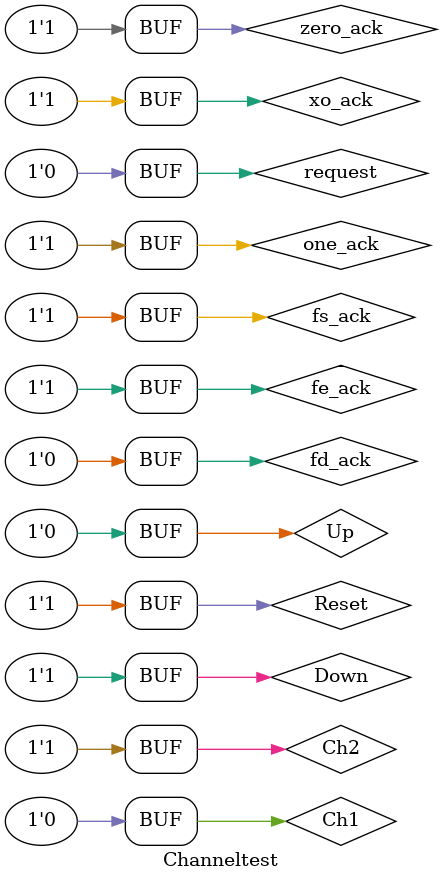
<source format=v>
`timescale 1ns / 1ps


module Channeltest;

	// Inputs
	reg Ch1;
	reg Ch2;
	reg request;
	reg Up;
	reg Down;
	reg Reset;
	reg fs_ack;
	reg fe_ack;
	reg xo_ack;
	reg one_ack;
	reg zero_ack;
	reg fd_ack;

	// Outputs
	wire bit0;
	wire bit1;

	// Instantiate the Unit Under Test (UUT)
	Channel uut (
		.Ch1(Ch1), 
		.Ch2(Ch2), 
		.request(request), 
		.Up(Up), 
		.Down(Down), 
		.Reset(Reset), 
		.fs_ack(fs_ack), 
		.fe_ack(fe_ack), 
		.xo_ack(xo_ack), 
		.one_ack(one_ack), 
		.zero_ack(zero_ack), 
		.fd_ack(fd_ack), 
		.bit0(bit0), 
		.bit1(bit1)
	);

	initial begin
		// Initialize Inputs
		Ch1 = 0;
		Ch2 = 0;
		request = 0;
		Up = 0;
		Down = 0;
		Reset = 0;
		fs_ack = 0;
		fe_ack = 0;
		xo_ack = 0;
		one_ack = 0;
		zero_ack = 0;
		fd_ack = 0;

		// Wait 100 ns for global reset to finish
		#100;
		Reset = 1;
		//fs_ack = 1;
		#100;
		Ch2 = 1;
		#100;
		Down = 1;
		#100;
		request = 1;
		#100;
		request = 0;
		#100;
		xo_ack = 1;
		#300;
		one_ack=1;
		#100;
		
		#100;
		
      #300;

			fs_ack = 1;
			
			#200;
			
			zero_ack = 1;
			
			#200;
			fe_ack = 1;
			#400;
		// Add stimulus here

	end
      
endmodule


</source>
